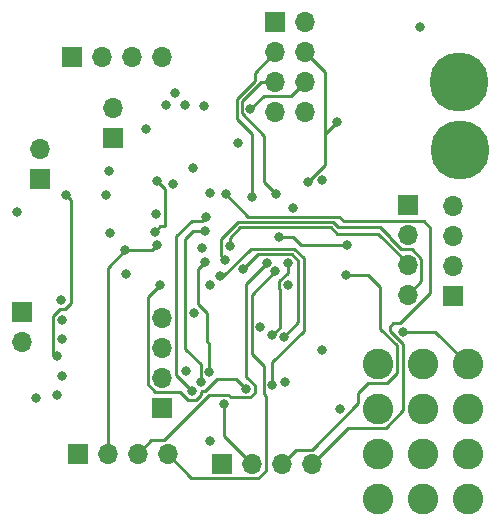
<source format=gbl>
%TF.GenerationSoftware,KiCad,Pcbnew,(5.1.6-0-10_14)*%
%TF.CreationDate,2022-05-06T10:42:22-05:00*%
%TF.ProjectId,small_led_driver,736d616c-6c5f-46c6-9564-5f6472697665,rev?*%
%TF.SameCoordinates,Original*%
%TF.FileFunction,Copper,L4,Bot*%
%TF.FilePolarity,Positive*%
%FSLAX46Y46*%
G04 Gerber Fmt 4.6, Leading zero omitted, Abs format (unit mm)*
G04 Created by KiCad (PCBNEW (5.1.6-0-10_14)) date 2022-05-06 10:42:22*
%MOMM*%
%LPD*%
G01*
G04 APERTURE LIST*
%TA.AperFunction,ComponentPad*%
%ADD10R,1.700000X1.700000*%
%TD*%
%TA.AperFunction,ComponentPad*%
%ADD11O,1.700000X1.700000*%
%TD*%
%TA.AperFunction,ComponentPad*%
%ADD12C,2.600000*%
%TD*%
%TA.AperFunction,ComponentPad*%
%ADD13C,5.000000*%
%TD*%
%TA.AperFunction,ViaPad*%
%ADD14C,0.800000*%
%TD*%
%TA.AperFunction,Conductor*%
%ADD15C,0.250000*%
%TD*%
G04 APERTURE END LIST*
D10*
%TO.P,J1,1*%
%TO.N,/SPI1_MOSI*%
X118110000Y-95770000D03*
D11*
%TO.P,J1,2*%
%TO.N,/SPI1_MISO*%
X118110000Y-98310000D03*
%TO.P,J1,3*%
%TO.N,/SPI1_SCK*%
X118110000Y-100850000D03*
%TO.P,J1,4*%
%TO.N,/SPI1_CSN*%
X118110000Y-103390000D03*
%TD*%
%TO.P,J2,4*%
%TO.N,+5V*%
X121970000Y-95810000D03*
%TO.P,J2,3*%
%TO.N,/USART1_TX_SHIFT*%
X121970000Y-98350000D03*
%TO.P,J2,2*%
%TO.N,/USART1_RX_SHIFT*%
X121970000Y-100890000D03*
D10*
%TO.P,J2,1*%
%TO.N,GND1*%
X121970000Y-103430000D03*
%TD*%
D11*
%TO.P,J3,4*%
%TO.N,/WKUP2*%
X97309280Y-105287704D03*
%TO.P,J3,3*%
%TO.N,/WKUP1*%
X97309280Y-107827704D03*
%TO.P,J3,2*%
%TO.N,/WKUP4*%
X97309280Y-110367704D03*
D10*
%TO.P,J3,1*%
%TO.N,/WKUP3*%
X97309280Y-112907704D03*
%TD*%
D11*
%TO.P,J4,4*%
%TO.N,+3V3*%
X97340000Y-83240000D03*
%TO.P,J4,3*%
%TO.N,+5V*%
X94800000Y-83240000D03*
%TO.P,J4,2*%
%TO.N,GND1*%
X92260000Y-83240000D03*
D10*
%TO.P,J4,1*%
X89720000Y-83240000D03*
%TD*%
D12*
%TO.P,J5,1*%
%TO.N,+5V*%
X123190000Y-113030000D03*
%TD*%
%TO.P,J6,1*%
%TO.N,+5V*%
X123190000Y-109220000D03*
%TD*%
%TO.P,J7,1*%
%TO.N,+5V*%
X123190000Y-116840000D03*
%TD*%
%TO.P,J8,1*%
%TO.N,+5V*%
X123190000Y-120650000D03*
%TD*%
%TO.P,J9,1*%
%TO.N,GND1*%
X119380000Y-113030000D03*
%TD*%
%TO.P,J10,1*%
%TO.N,GND1*%
X119380000Y-109220000D03*
%TD*%
%TO.P,J11,1*%
%TO.N,GND1*%
X119380000Y-120650000D03*
%TD*%
%TO.P,J12,1*%
%TO.N,GND1*%
X119380000Y-116840000D03*
%TD*%
D10*
%TO.P,J13,1*%
%TO.N,/LED_OUT_2*%
X90170000Y-116840000D03*
D11*
%TO.P,J13,2*%
%TO.N,/LED_OUT_1*%
X92710000Y-116840000D03*
%TO.P,J13,3*%
%TO.N,/I2C2_SCL*%
X95250000Y-116840000D03*
%TO.P,J13,4*%
%TO.N,/I2C2_SDA*%
X97790000Y-116840000D03*
%TD*%
D10*
%TO.P,J15,1*%
%TO.N,/GPIO_3_SHIFT*%
X102382351Y-117684631D03*
D11*
%TO.P,J15,2*%
%TO.N,/GPIO_2_SHIFT*%
X104922351Y-117684631D03*
%TO.P,J15,3*%
%TO.N,/GPIO_1*%
X107462351Y-117684631D03*
%TO.P,J15,4*%
%TO.N,/GPIO_0*%
X110002351Y-117684631D03*
%TD*%
D13*
%TO.P,J20,1*%
%TO.N,+5V*%
X122490000Y-85310000D03*
%TD*%
%TO.P,J21,1*%
%TO.N,GND1*%
X122510000Y-91070000D03*
%TD*%
D10*
%TO.P,SW1,1*%
%TO.N,/NRST*%
X93130000Y-90120000D03*
D11*
%TO.P,SW1,2*%
%TO.N,GND1*%
X93130000Y-87580000D03*
%TD*%
D12*
%TO.P,J17,1*%
%TO.N,/TIM15_CH1_SHIFT*%
X115570000Y-113030000D03*
%TD*%
D10*
%TO.P,J18,1*%
%TO.N,GND1*%
X106900000Y-80280000D03*
D11*
%TO.P,J18,2*%
%TO.N,/NRST*%
X109440000Y-80280000D03*
%TO.P,J18,3*%
%TO.N,/NJTRST*%
X106900000Y-82820000D03*
%TO.P,J18,4*%
%TO.N,/JTDO*%
X109440000Y-82820000D03*
%TO.P,J18,5*%
%TO.N,/JTDI*%
X106900000Y-85360000D03*
%TO.P,J18,6*%
%TO.N,/SWCLK*%
X109440000Y-85360000D03*
%TO.P,J18,7*%
%TO.N,/SWDIO*%
X106900000Y-87900000D03*
%TO.P,J18,8*%
%TO.N,+3V3*%
X109440000Y-87900000D03*
%TD*%
D12*
%TO.P,J19,1*%
%TO.N,/TIM2_CH2_SHIFT*%
X115570000Y-116840000D03*
%TD*%
%TO.P,J22,1*%
%TO.N,/TIM16_CH1_SHIFT*%
X115570000Y-109220000D03*
%TD*%
%TO.P,J23,1*%
%TO.N,/TIM1_CH1_SHIFT*%
X115570000Y-120650000D03*
%TD*%
D11*
%TO.P,J14,2*%
%TO.N,+5V*%
X86960000Y-90990000D03*
D10*
%TO.P,J14,1*%
%TO.N,Net-(J14-Pad1)*%
X86960000Y-93530000D03*
%TD*%
%TO.P,J16,1*%
%TO.N,Net-(J16-Pad1)*%
X85507846Y-104830192D03*
D11*
%TO.P,J16,2*%
%TO.N,+5V*%
X85507846Y-107370192D03*
%TD*%
D14*
%TO.N,GND1*%
X108380000Y-96010000D03*
X92915000Y-98105000D03*
X96810000Y-96530000D03*
X97690000Y-87300000D03*
X99280000Y-87310000D03*
X92865000Y-92875000D03*
X100730000Y-99370000D03*
X101380000Y-102540000D03*
X86635000Y-112085000D03*
X88850000Y-110260000D03*
X88830000Y-105470000D03*
X94310000Y-101600000D03*
X92550000Y-94910000D03*
X85015000Y-96305000D03*
X110900000Y-107990000D03*
X99360000Y-109830000D03*
X100880000Y-87350000D03*
X101380000Y-94730000D03*
X105630000Y-106100000D03*
X110890000Y-93660000D03*
X112375000Y-113045000D03*
X101390000Y-115760000D03*
X107990000Y-102520000D03*
X119180000Y-80670000D03*
%TO.N,+3V3*%
X98225000Y-93965000D03*
X103780000Y-90500000D03*
X88470000Y-111870000D03*
X88840000Y-107080000D03*
X88760000Y-103810000D03*
X95940000Y-89300000D03*
X100010000Y-104890000D03*
X99960000Y-92590000D03*
X107730000Y-110740000D03*
X98380000Y-86230000D03*
%TO.N,/NRST*%
X96730000Y-98010000D03*
X96880000Y-93720000D03*
%TO.N,+5V*%
X117720000Y-106490000D03*
%TO.N,/SPI1_SCK*%
X103080000Y-99250000D03*
%TO.N,/SPI1_CSN*%
X102670000Y-100390000D03*
%TO.N,/WKUP2*%
X89210000Y-94890000D03*
X88430000Y-108540000D03*
%TO.N,/LED_OUT_1*%
X94190000Y-99600000D03*
X96930000Y-99100000D03*
%TO.N,/I2C2_SCL*%
X106210000Y-100650000D03*
%TO.N,/I2C2_SDA*%
X106930000Y-101360000D03*
%TO.N,/GPIO_2_SHIFT*%
X102570000Y-112560000D03*
%TO.N,/GPIO_1*%
X112880000Y-101650000D03*
%TO.N,/GPIO_0*%
X102760000Y-94860000D03*
%TO.N,/SWCLK*%
X104810000Y-87640000D03*
%TO.N,/JTDI*%
X106970702Y-94780000D03*
%TO.N,/JTDO*%
X109680000Y-93810000D03*
X112160000Y-88750000D03*
%TO.N,/NJTRST*%
X104900000Y-95100000D03*
%TO.N,/TIM16_CH1*%
X104200000Y-101160000D03*
X107630000Y-106920000D03*
%TO.N,/TIM15_CH1*%
X102240000Y-101790000D03*
X106670000Y-110970000D03*
%TO.N,/TIM2_CH2*%
X97125000Y-102545000D03*
X104430000Y-111320000D03*
%TO.N,/TIM1_CH1*%
X106630000Y-106790000D03*
X107950000Y-100630000D03*
%TO.N,/USART1_TX*%
X113020000Y-99170000D03*
X107220000Y-98460000D03*
%TO.N,/GPIO_2*%
X99880000Y-111530000D03*
X101030000Y-96740000D03*
%TO.N,/GPIO_3*%
X100600000Y-110750000D03*
X100990000Y-97980000D03*
%TO.N,/LEVEL_SHIFTER_EN*%
X101340000Y-109920000D03*
X100940000Y-100600000D03*
%TD*%
D15*
%TO.N,/NRST*%
X96880000Y-93720000D02*
X96880000Y-93720000D01*
X97535001Y-94375001D02*
X97535001Y-97564999D01*
X97175001Y-97564999D02*
X96730000Y-98010000D01*
X97535001Y-97564999D02*
X97175001Y-97564999D01*
X96880000Y-93720000D02*
X97535001Y-94375001D01*
%TO.N,+5V*%
X120460000Y-106490000D02*
X117720000Y-106490000D01*
X123190000Y-109220000D02*
X120460000Y-106490000D01*
%TO.N,/SPI1_SCK*%
X103080000Y-99250000D02*
X103080000Y-98516432D01*
X103080000Y-98516432D02*
X103961411Y-97635021D01*
X111628611Y-97635021D02*
X112173590Y-98180000D01*
X103961411Y-97635021D02*
X111628611Y-97635021D01*
X118110000Y-100685412D02*
X118110000Y-100850000D01*
X115604588Y-98180000D02*
X118110000Y-100685412D01*
X112173590Y-98180000D02*
X115604588Y-98180000D01*
%TO.N,/SPI1_CSN*%
X117545999Y-99485001D02*
X116600000Y-98539002D01*
X118484003Y-99485001D02*
X117545999Y-99485001D01*
X119285001Y-102214999D02*
X119285001Y-100285999D01*
X119285001Y-100285999D02*
X118484003Y-99485001D01*
X118110000Y-103390000D02*
X119285001Y-102214999D01*
X116600000Y-98539002D02*
X116600000Y-98440000D01*
X115745009Y-97585009D02*
X112215009Y-97585009D01*
X116600000Y-98440000D02*
X115745009Y-97585009D01*
X111815011Y-97185011D02*
X103775011Y-97185011D01*
X112215009Y-97585009D02*
X111815011Y-97185011D01*
X102354999Y-100074999D02*
X102670000Y-100390000D01*
X102354999Y-98605023D02*
X102354999Y-100074999D01*
X103775011Y-97185011D02*
X102354999Y-98605023D01*
%TO.N,/WKUP2*%
X88104999Y-105121999D02*
X88104999Y-108414999D01*
X88691997Y-104535001D02*
X88104999Y-105121999D01*
X89609999Y-95289999D02*
X89609999Y-104033003D01*
X89108001Y-104535001D02*
X88691997Y-104535001D01*
X89609999Y-104033003D02*
X89108001Y-104535001D01*
X89210000Y-94890000D02*
X89609999Y-95289999D01*
X88104999Y-108414999D02*
X88230000Y-108540000D01*
X88230000Y-108540000D02*
X88430000Y-108540000D01*
X88430000Y-108540000D02*
X88430000Y-108540000D01*
%TO.N,/LED_OUT_1*%
X94190000Y-99600000D02*
X96440000Y-99600000D01*
X96440000Y-99600000D02*
X96980000Y-99060000D01*
X92710000Y-101080000D02*
X94190000Y-99600000D01*
X92710000Y-116840000D02*
X92710000Y-101080000D01*
%TO.N,/I2C2_SCL*%
X101284413Y-111834999D02*
X97454413Y-115664999D01*
X102918001Y-111834999D02*
X101284413Y-111834999D01*
X96425001Y-115664999D02*
X95250000Y-116840000D01*
X97454413Y-115664999D02*
X96425001Y-115664999D01*
X103128003Y-112045001D02*
X102918001Y-111834999D01*
X104778001Y-112045001D02*
X103128003Y-112045001D01*
X105155001Y-111668001D02*
X104778001Y-112045001D01*
X105155001Y-110971999D02*
X105155001Y-111668001D01*
X104454990Y-102405010D02*
X104454990Y-110271988D01*
X104454990Y-110271988D02*
X105155001Y-110971999D01*
X106210000Y-100650000D02*
X104454990Y-102405010D01*
%TO.N,/I2C2_SDA*%
X104904999Y-103385001D02*
X104904999Y-108324999D01*
X106930000Y-101360000D02*
X104904999Y-103385001D01*
X105944999Y-109364999D02*
X105944999Y-111784999D01*
X104904999Y-108324999D02*
X105944999Y-109364999D01*
X99809632Y-118859632D02*
X97790000Y-116840000D01*
X105486352Y-118859632D02*
X99809632Y-118859632D01*
X106097352Y-118248632D02*
X105486352Y-118859632D01*
X106097352Y-111937352D02*
X106097352Y-118248632D01*
X105944999Y-111784999D02*
X106097352Y-111937352D01*
%TO.N,/GPIO_2_SHIFT*%
X102570000Y-115332280D02*
X104922351Y-117684631D01*
X102570000Y-112560000D02*
X102570000Y-115332280D01*
%TO.N,/GPIO_1*%
X117195001Y-107631411D02*
X115810000Y-106246410D01*
X117195001Y-110000001D02*
X117195001Y-107631411D01*
X116350001Y-110845001D02*
X117195001Y-110000001D01*
X113944999Y-111690001D02*
X114789999Y-110845001D01*
X113944999Y-112548003D02*
X113944999Y-111690001D01*
X109983372Y-116509630D02*
X113944999Y-112548003D01*
X114789999Y-110845001D02*
X116350001Y-110845001D01*
X108637352Y-116509630D02*
X109983372Y-116509630D01*
X107462351Y-117684631D02*
X108637352Y-116509630D01*
X115810000Y-106246410D02*
X115810000Y-102850000D01*
X115810000Y-102850000D02*
X115810000Y-102660000D01*
X115810000Y-102660000D02*
X114800000Y-101650000D01*
X114800000Y-101650000D02*
X112880000Y-101650000D01*
X112880000Y-101650000D02*
X112880000Y-101650000D01*
%TO.N,/GPIO_0*%
X112295001Y-96735001D02*
X104635001Y-96735001D01*
X104635001Y-96735001D02*
X102760000Y-94860000D01*
X102760000Y-94860000D02*
X102760000Y-94860000D01*
X112694999Y-97134999D02*
X118674001Y-97134999D01*
X112295001Y-96735001D02*
X112694999Y-97134999D01*
X117754999Y-107554999D02*
X116590000Y-106390000D01*
X117435001Y-105764999D02*
X120030000Y-103170000D01*
X116915001Y-105764999D02*
X117435001Y-105764999D01*
X116590000Y-106390000D02*
X116590000Y-106090000D01*
X120030000Y-97680000D02*
X119484999Y-97134999D01*
X116590000Y-106090000D02*
X116915001Y-105764999D01*
X119484999Y-97134999D02*
X118674001Y-97134999D01*
X117754999Y-113145001D02*
X117754999Y-107554999D01*
X120030000Y-103170000D02*
X120030000Y-97680000D01*
X116244999Y-114655001D02*
X117754999Y-113145001D01*
X113031981Y-114655001D02*
X116244999Y-114655001D01*
X110002351Y-117684631D02*
X113031981Y-114655001D01*
%TO.N,/SWCLK*%
X105914999Y-86535001D02*
X104810000Y-87640000D01*
X108264999Y-86535001D02*
X105914999Y-86535001D01*
X109440000Y-85360000D02*
X108264999Y-86535001D01*
%TO.N,/JTDI*%
X105697919Y-85360000D02*
X104084999Y-86972920D01*
X104084999Y-86972920D02*
X104084999Y-87988001D01*
X106900000Y-85360000D02*
X105697919Y-85360000D01*
X105988499Y-93797797D02*
X106970702Y-94780000D01*
X104084999Y-87988001D02*
X105988499Y-89891501D01*
X105988499Y-89891501D02*
X105988499Y-93797797D01*
%TO.N,/JTDO*%
X111130000Y-92360000D02*
X109680000Y-93810000D01*
X111130000Y-84510000D02*
X111130000Y-92360000D01*
X109440000Y-82820000D02*
X111130000Y-84510000D01*
X111130000Y-92360000D02*
X111130000Y-89780000D01*
X111130000Y-89780000D02*
X112160000Y-88750000D01*
X112160000Y-88750000D02*
X112160000Y-88750000D01*
%TO.N,/NJTRST*%
X106900000Y-82820000D02*
X105180000Y-84540000D01*
X103634989Y-86786520D02*
X103634989Y-88444989D01*
X105180000Y-85241509D02*
X103634989Y-86786520D01*
X105180000Y-84540000D02*
X105180000Y-85241509D01*
X103634989Y-88444989D02*
X104900000Y-89710000D01*
X104900000Y-89710000D02*
X104900000Y-95100000D01*
X104900000Y-95100000D02*
X104900000Y-95190000D01*
%TO.N,/TIM16_CH1*%
X108860000Y-102350000D02*
X108860000Y-102350000D01*
X108860000Y-105690000D02*
X107630000Y-106920000D01*
X108298001Y-99904999D02*
X108860000Y-100466998D01*
X108860000Y-100466998D02*
X108860000Y-105690000D01*
X105455001Y-99904999D02*
X108298001Y-99904999D01*
X104200000Y-101160000D02*
X105455001Y-99904999D01*
%TO.N,/TIM15_CH1*%
X102496998Y-101790000D02*
X102240000Y-101790000D01*
X104832009Y-99454989D02*
X102496998Y-101790000D01*
X108484401Y-99454989D02*
X104832009Y-99454989D01*
X109310009Y-100280597D02*
X108484401Y-99454989D01*
X109310009Y-106399991D02*
X109310009Y-100280597D01*
X106670000Y-109040000D02*
X109310009Y-106399991D01*
X106670000Y-110970000D02*
X106670000Y-109040000D01*
%TO.N,/TIM2_CH2*%
X100605001Y-111878001D02*
X100605001Y-111614999D01*
X100605001Y-111614999D02*
X100744999Y-111475001D01*
X100228001Y-112255001D02*
X100605001Y-111878001D01*
X98819703Y-111542705D02*
X99531999Y-112255001D01*
X104354999Y-111395001D02*
X104430000Y-111320000D01*
X97125000Y-102545000D02*
X96134279Y-103535721D01*
X96745279Y-111542705D02*
X98819703Y-111542705D01*
X96134279Y-110931705D02*
X96745279Y-111542705D01*
X99531999Y-112255001D02*
X100228001Y-112255001D01*
X96134279Y-103535721D02*
X96134279Y-110931705D01*
X100948001Y-111475001D02*
X101973002Y-110450000D01*
X100744999Y-111475001D02*
X100948001Y-111475001D01*
X101973002Y-110450000D02*
X103580000Y-110450000D01*
X104430000Y-111300000D02*
X104430000Y-111320000D01*
X103580000Y-110450000D02*
X104430000Y-111300000D01*
%TO.N,/TIM1_CH1*%
X107264999Y-102171999D02*
X107264999Y-102868001D01*
X107950000Y-101486998D02*
X107264999Y-102171999D01*
X107950000Y-100630000D02*
X107950000Y-101486998D01*
X107264999Y-102868001D02*
X107280000Y-102883002D01*
X107280000Y-106140000D02*
X106630000Y-106790000D01*
X107280000Y-102883002D02*
X107280000Y-106140000D01*
%TO.N,/USART1_TX*%
X113020000Y-99170000D02*
X109110000Y-99170000D01*
X109110000Y-99170000D02*
X108400000Y-98460000D01*
X108400000Y-98460000D02*
X107220000Y-98460000D01*
X107220000Y-98460000D02*
X107220000Y-98460000D01*
%TO.N,/GPIO_2*%
X98484281Y-110134281D02*
X99880000Y-111530000D01*
X98484281Y-98415719D02*
X98484281Y-110134281D01*
X99830000Y-97070000D02*
X98484281Y-98415719D01*
X100700000Y-97070000D02*
X101030000Y-96740000D01*
X99830000Y-97070000D02*
X100700000Y-97070000D01*
%TO.N,/GPIO_3*%
X99284999Y-107934999D02*
X100600000Y-109250000D01*
X100600000Y-109250000D02*
X100600000Y-110750000D01*
X99284999Y-98615001D02*
X99284999Y-107934999D01*
X99920000Y-97980000D02*
X99284999Y-98615001D01*
X100990000Y-97980000D02*
X99920000Y-97980000D01*
%TO.N,/LEVEL_SHIFTER_EN*%
X100940000Y-100600000D02*
X100940000Y-100600000D01*
X100358001Y-101181999D02*
X100940000Y-100600000D01*
X100358001Y-104164999D02*
X100358001Y-101181999D01*
X101095000Y-104901998D02*
X100358001Y-104164999D01*
X101095000Y-107235000D02*
X101095000Y-104901998D01*
X101340000Y-107480000D02*
X101095000Y-107235000D01*
X101340000Y-109920000D02*
X101340000Y-107480000D01*
%TD*%
M02*

</source>
